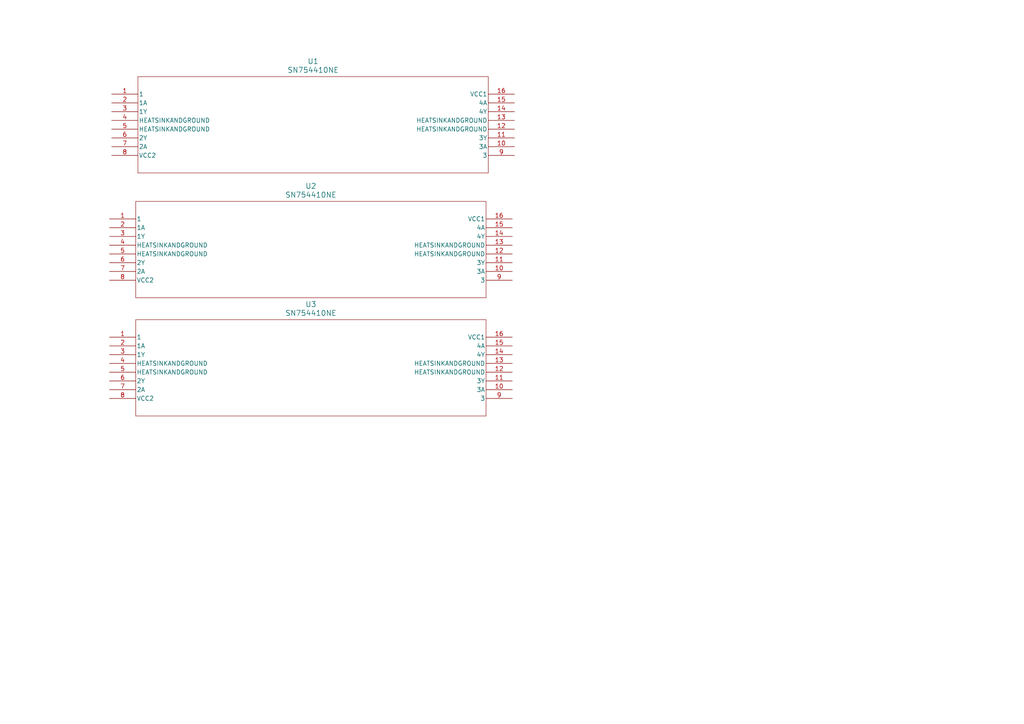
<source format=kicad_sch>
(kicad_sch (version 20230121) (generator eeschema)
  (paper "A4")
  (lib_symbols
    (symbol "OG PCB LIB:SN754410NE" (pin_names (offset 0.254))
      (property "Reference" "U" (at 58.42 10.16 0))
      (property "Value" "SN754410NE" (at 58.42 7.62 0))
      (symbol "SN754410NE_0_1"
        (polyline (pts (xy 7.62 -22.86) (xy 109.22 -22.86)) (stroke (width 0.127)))
        (polyline (pts (xy 7.62 5.08) (xy 7.62 -22.86)) (stroke (width 0.127)))
        (polyline (pts (xy 109.22 -22.86) (xy 109.22 5.08)) (stroke (width 0.127)))
        (polyline (pts (xy 109.22 5.08) (xy 7.62 5.08)) (stroke (width 0.127)))
        (pin unspecified line (at 0 0 0) (length 7.62) (name "1") (number "1"))
        (pin input line (at 116.84 -15.24 180) (length 7.62) (name "3A") (number "10"))
        (pin output line (at 116.84 -12.7 180) (length 7.62) (name "3Y") (number "11"))
        (pin unspecified line (at 116.84 -10.16 180) (length 7.62) (name "HEATSINKANDGROUND") (number "12"))
        (pin unspecified line (at 116.84 -7.62 180) (length 7.62) (name "HEATSINKANDGROUND") (number "13"))
        (pin output line (at 116.84 -5.08 180) (length 7.62) (name "4Y") (number "14"))
        (pin input line (at 116.84 -2.54 180) (length 7.62) (name "4A") (number "15"))
        (pin power_in line (at 116.84 0 180) (length 7.62) (name "VCC1") (number "16"))
        (pin input line (at 0 -2.54 0) (length 7.62) (name "1A") (number "2"))
        (pin output line (at 0 -5.08 0) (length 7.62) (name "1Y") (number "3"))
        (pin unspecified line (at 0 -7.62 0) (length 7.62) (name "HEATSINKANDGROUND") (number "4"))
        (pin unspecified line (at 0 -10.16 0) (length 7.62) (name "HEATSINKANDGROUND") (number "5"))
        (pin output line (at 0 -12.7 0) (length 7.62) (name "2Y") (number "6"))
        (pin input line (at 0 -15.24 0) (length 7.62) (name "2A") (number "7"))
        (pin power_in line (at 0 -17.78 0) (length 7.62) (name "VCC2") (number "8"))
        (pin unspecified line (at 116.84 -17.78 180) (length 7.62) (name "3") (number "9"))
      )
    )
  )
  (symbol (lib_id "OG PCB LIB:SN754410NE") (at 32.385 27.305 0) (unit 1)
    (property "Reference" "U1" (at 90.805 17.78 0) (effects (font (size 1.524 1.524))))
    (property "Value" "SN754410NE" (at 90.805 20.32 0) (effects (font (size 1.524 1.524))))
    (property "Footprint" "NE16" (effects hide))
    (property "Datasheet" "SN754410NE" (effects hide))
  )
  (symbol (lib_id "OG PCB LIB:SN754410NE") (at 31.75 63.5 0) (unit 1)
    (property "Reference" "U2" (at 90.17 53.975 0) (effects (font (size 1.524 1.524))))
    (property "Value" "SN754410NE" (at 90.17 56.515 0) (effects (font (size 1.524 1.524))))
    (property "Footprint" "NE16" (effects hide))
    (property "Datasheet" "SN754410NE" (effects hide))
  )
  (symbol (lib_id "OG PCB LIB:SN754410NE") (at 31.75 97.79 0) (unit 1)
    (property "Reference" "U3" (at 90.17 88.265 0) (effects (font (size 1.524 1.524))))
    (property "Value" "SN754410NE" (at 90.17 90.805 0) (effects (font (size 1.524 1.524))))
    (property "Footprint" "NE16" (effects hide))
    (property "Datasheet" "SN754410NE" (effects hide))
  )
)
</source>
